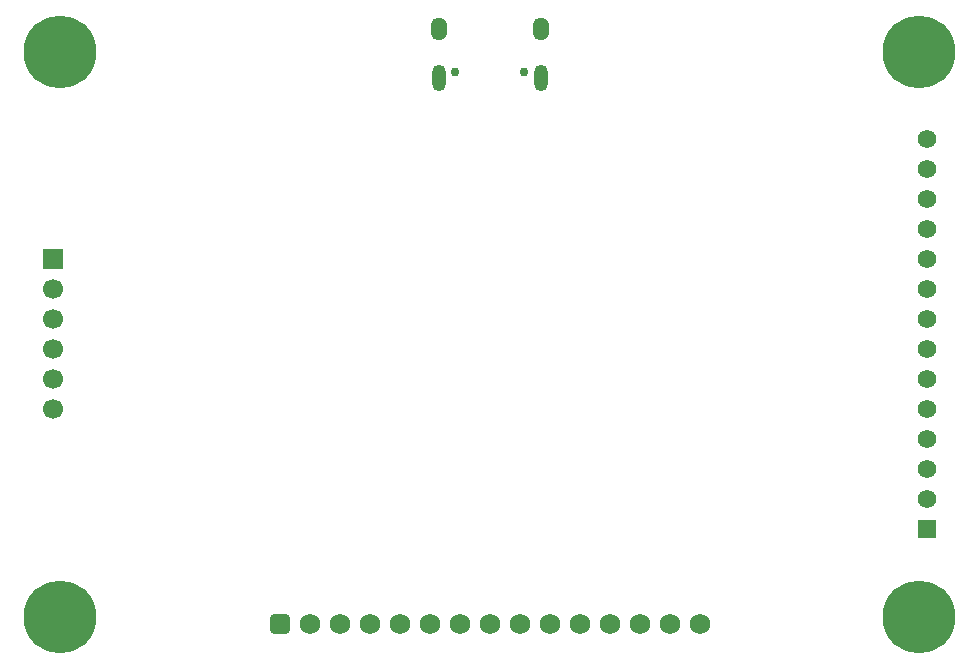
<source format=gbs>
G04*
G04 #@! TF.GenerationSoftware,Altium Limited,Altium Designer,26.1.1 (7)*
G04*
G04 Layer_Color=16711935*
%FSLAX25Y25*%
%MOIN*%
G70*
G04*
G04 #@! TF.SameCoordinates,80A9187B-927A-44A2-B289-347268ADEE1A*
G04*
G04*
G04 #@! TF.FilePolarity,Negative*
G04*
G01*
G75*
%ADD41O,0.04528X0.08858*%
%ADD42C,0.02953*%
%ADD43O,0.05315X0.07677*%
%ADD44R,0.06693X0.06693*%
%ADD45C,0.06693*%
%ADD46C,0.06890*%
G04:AMPARAMS|DCode=47|XSize=68.9mil|YSize=68.9mil|CornerRadius=18.7mil|HoleSize=0mil|Usage=FLASHONLY|Rotation=0.000|XOffset=0mil|YOffset=0mil|HoleType=Round|Shape=RoundedRectangle|*
%AMROUNDEDRECTD47*
21,1,0.06890,0.03150,0,0,0.0*
21,1,0.03150,0.06890,0,0,0.0*
1,1,0.03740,0.01575,-0.01575*
1,1,0.03740,-0.01575,-0.01575*
1,1,0.03740,-0.01575,0.01575*
1,1,0.03740,0.01575,0.01575*
%
%ADD47ROUNDEDRECTD47*%
%ADD48R,0.06181X0.06181*%
%ADD49C,0.06181*%
%ADD50C,0.24213*%
D41*
X140472Y193691D02*
D03*
X174488D02*
D03*
D42*
X168858Y195659D02*
D03*
X146102D02*
D03*
D43*
X174488Y210148D02*
D03*
X140472D02*
D03*
D44*
X11811Y133268D02*
D03*
D45*
Y123268D02*
D03*
Y113268D02*
D03*
Y103268D02*
D03*
Y93268D02*
D03*
Y83268D02*
D03*
D46*
X197480Y11811D02*
D03*
X187480D02*
D03*
X177480D02*
D03*
X157480D02*
D03*
X147480D02*
D03*
X127480D02*
D03*
X107480D02*
D03*
X97480D02*
D03*
X117480D02*
D03*
X137480D02*
D03*
X167480D02*
D03*
X207480D02*
D03*
X217480D02*
D03*
X227480D02*
D03*
D47*
X87480D02*
D03*
D48*
X303150Y43268D02*
D03*
D49*
Y53268D02*
D03*
Y63268D02*
D03*
Y73268D02*
D03*
Y83268D02*
D03*
Y93268D02*
D03*
Y103268D02*
D03*
Y113268D02*
D03*
Y123268D02*
D03*
Y133268D02*
D03*
Y143268D02*
D03*
Y153268D02*
D03*
Y163268D02*
D03*
Y173268D02*
D03*
D50*
X300787Y202362D02*
D03*
Y14173D02*
D03*
X14173D02*
D03*
Y202362D02*
D03*
M02*

</source>
